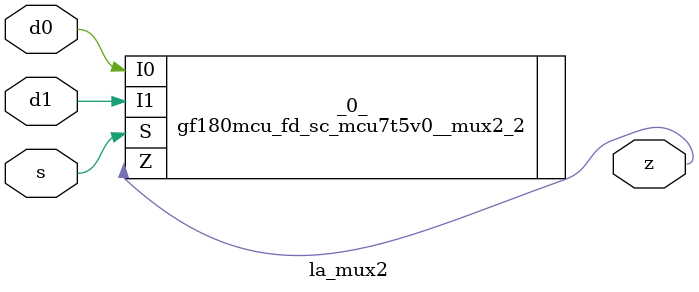
<source format=v>
/* Generated by Yosys 0.37 (git sha1 a5c7f69ed, clang 14.0.0-1ubuntu1.1 -fPIC -Os) */

module la_mux2(d0, d1, s, z);
  input d0;
  wire d0;
  input d1;
  wire d1;
  input s;
  wire s;
  output z;
  wire z;
  gf180mcu_fd_sc_mcu7t5v0__mux2_2 _0_ (
    .I0(d0),
    .I1(d1),
    .S(s),
    .Z(z)
  );
endmodule

</source>
